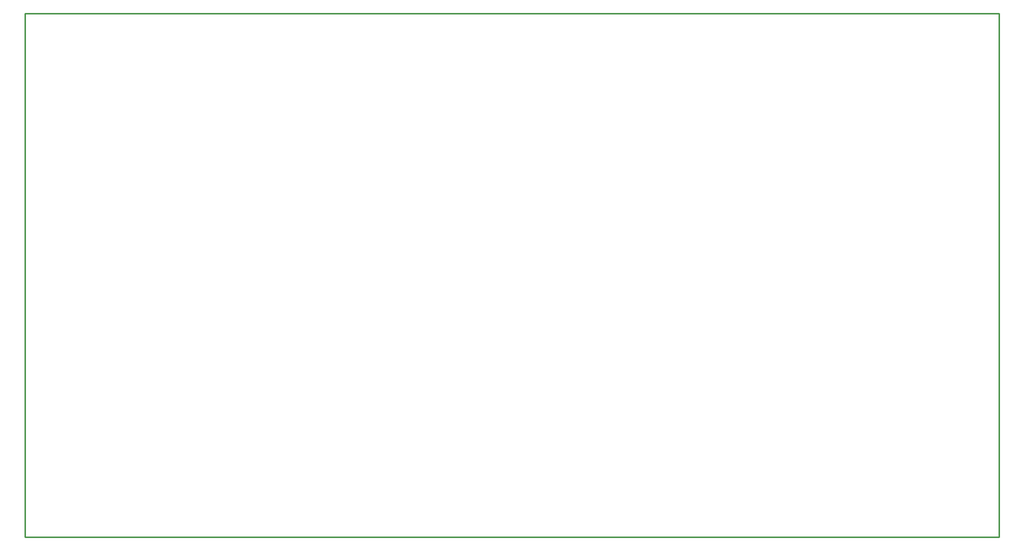
<source format=gbr>
G04 EAGLE Gerber RS-274X export*
G75*
%MOMM*%
%FSLAX34Y34*%
%LPD*%
%IN*%
%IPPOS*%
%AMOC8*
5,1,8,0,0,1.08239X$1,22.5*%
G01*
%ADD10C,0.254000*%


D10*
X0Y0D02*
X1651000Y0D01*
X1651000Y889000D01*
X0Y889000D01*
X0Y0D01*
M02*

</source>
